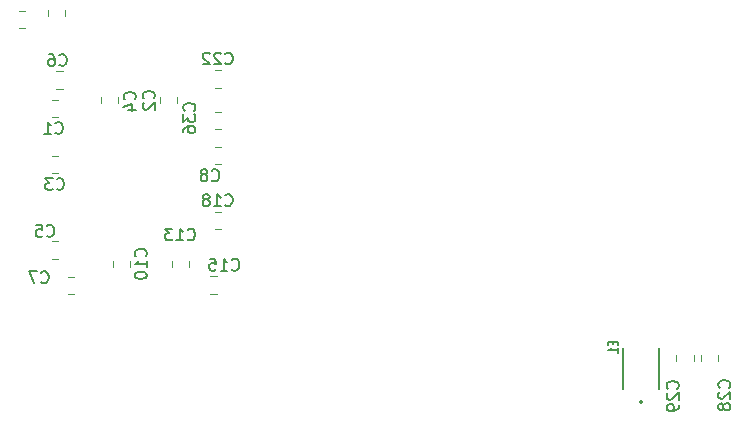
<source format=gbr>
%TF.GenerationSoftware,KiCad,Pcbnew,7.0.10*%
%TF.CreationDate,2024-03-07T22:41:58-05:00*%
%TF.ProjectId,Current,43757272-656e-4742-9e6b-696361645f70,rev?*%
%TF.SameCoordinates,Original*%
%TF.FileFunction,Legend,Bot*%
%TF.FilePolarity,Positive*%
%FSLAX46Y46*%
G04 Gerber Fmt 4.6, Leading zero omitted, Abs format (unit mm)*
G04 Created by KiCad (PCBNEW 7.0.10) date 2024-03-07 22:41:58*
%MOMM*%
%LPD*%
G01*
G04 APERTURE LIST*
%ADD10C,0.150000*%
%ADD11C,0.120000*%
%ADD12C,0.127000*%
%ADD13C,0.200000*%
G04 APERTURE END LIST*
D10*
X189899580Y-106287142D02*
X189947200Y-106239523D01*
X189947200Y-106239523D02*
X189994819Y-106096666D01*
X189994819Y-106096666D02*
X189994819Y-106001428D01*
X189994819Y-106001428D02*
X189947200Y-105858571D01*
X189947200Y-105858571D02*
X189851961Y-105763333D01*
X189851961Y-105763333D02*
X189756723Y-105715714D01*
X189756723Y-105715714D02*
X189566247Y-105668095D01*
X189566247Y-105668095D02*
X189423390Y-105668095D01*
X189423390Y-105668095D02*
X189232914Y-105715714D01*
X189232914Y-105715714D02*
X189137676Y-105763333D01*
X189137676Y-105763333D02*
X189042438Y-105858571D01*
X189042438Y-105858571D02*
X188994819Y-106001428D01*
X188994819Y-106001428D02*
X188994819Y-106096666D01*
X188994819Y-106096666D02*
X189042438Y-106239523D01*
X189042438Y-106239523D02*
X189090057Y-106287142D01*
X189090057Y-106668095D02*
X189042438Y-106715714D01*
X189042438Y-106715714D02*
X188994819Y-106810952D01*
X188994819Y-106810952D02*
X188994819Y-107049047D01*
X188994819Y-107049047D02*
X189042438Y-107144285D01*
X189042438Y-107144285D02*
X189090057Y-107191904D01*
X189090057Y-107191904D02*
X189185295Y-107239523D01*
X189185295Y-107239523D02*
X189280533Y-107239523D01*
X189280533Y-107239523D02*
X189423390Y-107191904D01*
X189423390Y-107191904D02*
X189994819Y-106620476D01*
X189994819Y-106620476D02*
X189994819Y-107239523D01*
X189423390Y-107810952D02*
X189375771Y-107715714D01*
X189375771Y-107715714D02*
X189328152Y-107668095D01*
X189328152Y-107668095D02*
X189232914Y-107620476D01*
X189232914Y-107620476D02*
X189185295Y-107620476D01*
X189185295Y-107620476D02*
X189090057Y-107668095D01*
X189090057Y-107668095D02*
X189042438Y-107715714D01*
X189042438Y-107715714D02*
X188994819Y-107810952D01*
X188994819Y-107810952D02*
X188994819Y-108001428D01*
X188994819Y-108001428D02*
X189042438Y-108096666D01*
X189042438Y-108096666D02*
X189090057Y-108144285D01*
X189090057Y-108144285D02*
X189185295Y-108191904D01*
X189185295Y-108191904D02*
X189232914Y-108191904D01*
X189232914Y-108191904D02*
X189328152Y-108144285D01*
X189328152Y-108144285D02*
X189375771Y-108096666D01*
X189375771Y-108096666D02*
X189423390Y-108001428D01*
X189423390Y-108001428D02*
X189423390Y-107810952D01*
X189423390Y-107810952D02*
X189471009Y-107715714D01*
X189471009Y-107715714D02*
X189518628Y-107668095D01*
X189518628Y-107668095D02*
X189613866Y-107620476D01*
X189613866Y-107620476D02*
X189804342Y-107620476D01*
X189804342Y-107620476D02*
X189899580Y-107668095D01*
X189899580Y-107668095D02*
X189947200Y-107715714D01*
X189947200Y-107715714D02*
X189994819Y-107810952D01*
X189994819Y-107810952D02*
X189994819Y-108001428D01*
X189994819Y-108001428D02*
X189947200Y-108096666D01*
X189947200Y-108096666D02*
X189899580Y-108144285D01*
X189899580Y-108144285D02*
X189804342Y-108191904D01*
X189804342Y-108191904D02*
X189613866Y-108191904D01*
X189613866Y-108191904D02*
X189518628Y-108144285D01*
X189518628Y-108144285D02*
X189471009Y-108096666D01*
X189471009Y-108096666D02*
X189423390Y-108001428D01*
X147792857Y-96279580D02*
X147840476Y-96327200D01*
X147840476Y-96327200D02*
X147983333Y-96374819D01*
X147983333Y-96374819D02*
X148078571Y-96374819D01*
X148078571Y-96374819D02*
X148221428Y-96327200D01*
X148221428Y-96327200D02*
X148316666Y-96231961D01*
X148316666Y-96231961D02*
X148364285Y-96136723D01*
X148364285Y-96136723D02*
X148411904Y-95946247D01*
X148411904Y-95946247D02*
X148411904Y-95803390D01*
X148411904Y-95803390D02*
X148364285Y-95612914D01*
X148364285Y-95612914D02*
X148316666Y-95517676D01*
X148316666Y-95517676D02*
X148221428Y-95422438D01*
X148221428Y-95422438D02*
X148078571Y-95374819D01*
X148078571Y-95374819D02*
X147983333Y-95374819D01*
X147983333Y-95374819D02*
X147840476Y-95422438D01*
X147840476Y-95422438D02*
X147792857Y-95470057D01*
X146840476Y-96374819D02*
X147411904Y-96374819D01*
X147126190Y-96374819D02*
X147126190Y-95374819D01*
X147126190Y-95374819D02*
X147221428Y-95517676D01*
X147221428Y-95517676D02*
X147316666Y-95612914D01*
X147316666Y-95612914D02*
X147411904Y-95660533D01*
X145935714Y-95374819D02*
X146411904Y-95374819D01*
X146411904Y-95374819D02*
X146459523Y-95851009D01*
X146459523Y-95851009D02*
X146411904Y-95803390D01*
X146411904Y-95803390D02*
X146316666Y-95755771D01*
X146316666Y-95755771D02*
X146078571Y-95755771D01*
X146078571Y-95755771D02*
X145983333Y-95803390D01*
X145983333Y-95803390D02*
X145935714Y-95851009D01*
X145935714Y-95851009D02*
X145888095Y-95946247D01*
X145888095Y-95946247D02*
X145888095Y-96184342D01*
X145888095Y-96184342D02*
X145935714Y-96279580D01*
X145935714Y-96279580D02*
X145983333Y-96327200D01*
X145983333Y-96327200D02*
X146078571Y-96374819D01*
X146078571Y-96374819D02*
X146316666Y-96374819D01*
X146316666Y-96374819D02*
X146411904Y-96327200D01*
X146411904Y-96327200D02*
X146459523Y-96279580D01*
X132866666Y-84709580D02*
X132914285Y-84757200D01*
X132914285Y-84757200D02*
X133057142Y-84804819D01*
X133057142Y-84804819D02*
X133152380Y-84804819D01*
X133152380Y-84804819D02*
X133295237Y-84757200D01*
X133295237Y-84757200D02*
X133390475Y-84661961D01*
X133390475Y-84661961D02*
X133438094Y-84566723D01*
X133438094Y-84566723D02*
X133485713Y-84376247D01*
X133485713Y-84376247D02*
X133485713Y-84233390D01*
X133485713Y-84233390D02*
X133438094Y-84042914D01*
X133438094Y-84042914D02*
X133390475Y-83947676D01*
X133390475Y-83947676D02*
X133295237Y-83852438D01*
X133295237Y-83852438D02*
X133152380Y-83804819D01*
X133152380Y-83804819D02*
X133057142Y-83804819D01*
X133057142Y-83804819D02*
X132914285Y-83852438D01*
X132914285Y-83852438D02*
X132866666Y-83900057D01*
X131914285Y-84804819D02*
X132485713Y-84804819D01*
X132199999Y-84804819D02*
X132199999Y-83804819D01*
X132199999Y-83804819D02*
X132295237Y-83947676D01*
X132295237Y-83947676D02*
X132390475Y-84042914D01*
X132390475Y-84042914D02*
X132485713Y-84090533D01*
X147242857Y-90829580D02*
X147290476Y-90877200D01*
X147290476Y-90877200D02*
X147433333Y-90924819D01*
X147433333Y-90924819D02*
X147528571Y-90924819D01*
X147528571Y-90924819D02*
X147671428Y-90877200D01*
X147671428Y-90877200D02*
X147766666Y-90781961D01*
X147766666Y-90781961D02*
X147814285Y-90686723D01*
X147814285Y-90686723D02*
X147861904Y-90496247D01*
X147861904Y-90496247D02*
X147861904Y-90353390D01*
X147861904Y-90353390D02*
X147814285Y-90162914D01*
X147814285Y-90162914D02*
X147766666Y-90067676D01*
X147766666Y-90067676D02*
X147671428Y-89972438D01*
X147671428Y-89972438D02*
X147528571Y-89924819D01*
X147528571Y-89924819D02*
X147433333Y-89924819D01*
X147433333Y-89924819D02*
X147290476Y-89972438D01*
X147290476Y-89972438D02*
X147242857Y-90020057D01*
X146290476Y-90924819D02*
X146861904Y-90924819D01*
X146576190Y-90924819D02*
X146576190Y-89924819D01*
X146576190Y-89924819D02*
X146671428Y-90067676D01*
X146671428Y-90067676D02*
X146766666Y-90162914D01*
X146766666Y-90162914D02*
X146861904Y-90210533D01*
X145719047Y-90353390D02*
X145814285Y-90305771D01*
X145814285Y-90305771D02*
X145861904Y-90258152D01*
X145861904Y-90258152D02*
X145909523Y-90162914D01*
X145909523Y-90162914D02*
X145909523Y-90115295D01*
X145909523Y-90115295D02*
X145861904Y-90020057D01*
X145861904Y-90020057D02*
X145814285Y-89972438D01*
X145814285Y-89972438D02*
X145719047Y-89924819D01*
X145719047Y-89924819D02*
X145528571Y-89924819D01*
X145528571Y-89924819D02*
X145433333Y-89972438D01*
X145433333Y-89972438D02*
X145385714Y-90020057D01*
X145385714Y-90020057D02*
X145338095Y-90115295D01*
X145338095Y-90115295D02*
X145338095Y-90162914D01*
X145338095Y-90162914D02*
X145385714Y-90258152D01*
X145385714Y-90258152D02*
X145433333Y-90305771D01*
X145433333Y-90305771D02*
X145528571Y-90353390D01*
X145528571Y-90353390D02*
X145719047Y-90353390D01*
X145719047Y-90353390D02*
X145814285Y-90401009D01*
X145814285Y-90401009D02*
X145861904Y-90448628D01*
X145861904Y-90448628D02*
X145909523Y-90543866D01*
X145909523Y-90543866D02*
X145909523Y-90734342D01*
X145909523Y-90734342D02*
X145861904Y-90829580D01*
X145861904Y-90829580D02*
X145814285Y-90877200D01*
X145814285Y-90877200D02*
X145719047Y-90924819D01*
X145719047Y-90924819D02*
X145528571Y-90924819D01*
X145528571Y-90924819D02*
X145433333Y-90877200D01*
X145433333Y-90877200D02*
X145385714Y-90829580D01*
X145385714Y-90829580D02*
X145338095Y-90734342D01*
X145338095Y-90734342D02*
X145338095Y-90543866D01*
X145338095Y-90543866D02*
X145385714Y-90448628D01*
X145385714Y-90448628D02*
X145433333Y-90401009D01*
X145433333Y-90401009D02*
X145528571Y-90353390D01*
X133196666Y-78959580D02*
X133244285Y-79007200D01*
X133244285Y-79007200D02*
X133387142Y-79054819D01*
X133387142Y-79054819D02*
X133482380Y-79054819D01*
X133482380Y-79054819D02*
X133625237Y-79007200D01*
X133625237Y-79007200D02*
X133720475Y-78911961D01*
X133720475Y-78911961D02*
X133768094Y-78816723D01*
X133768094Y-78816723D02*
X133815713Y-78626247D01*
X133815713Y-78626247D02*
X133815713Y-78483390D01*
X133815713Y-78483390D02*
X133768094Y-78292914D01*
X133768094Y-78292914D02*
X133720475Y-78197676D01*
X133720475Y-78197676D02*
X133625237Y-78102438D01*
X133625237Y-78102438D02*
X133482380Y-78054819D01*
X133482380Y-78054819D02*
X133387142Y-78054819D01*
X133387142Y-78054819D02*
X133244285Y-78102438D01*
X133244285Y-78102438D02*
X133196666Y-78150057D01*
X132339523Y-78054819D02*
X132529999Y-78054819D01*
X132529999Y-78054819D02*
X132625237Y-78102438D01*
X132625237Y-78102438D02*
X132672856Y-78150057D01*
X132672856Y-78150057D02*
X132768094Y-78292914D01*
X132768094Y-78292914D02*
X132815713Y-78483390D01*
X132815713Y-78483390D02*
X132815713Y-78864342D01*
X132815713Y-78864342D02*
X132768094Y-78959580D01*
X132768094Y-78959580D02*
X132720475Y-79007200D01*
X132720475Y-79007200D02*
X132625237Y-79054819D01*
X132625237Y-79054819D02*
X132434761Y-79054819D01*
X132434761Y-79054819D02*
X132339523Y-79007200D01*
X132339523Y-79007200D02*
X132291904Y-78959580D01*
X132291904Y-78959580D02*
X132244285Y-78864342D01*
X132244285Y-78864342D02*
X132244285Y-78626247D01*
X132244285Y-78626247D02*
X132291904Y-78531009D01*
X132291904Y-78531009D02*
X132339523Y-78483390D01*
X132339523Y-78483390D02*
X132434761Y-78435771D01*
X132434761Y-78435771D02*
X132625237Y-78435771D01*
X132625237Y-78435771D02*
X132720475Y-78483390D01*
X132720475Y-78483390D02*
X132768094Y-78531009D01*
X132768094Y-78531009D02*
X132815713Y-78626247D01*
X144052857Y-93729580D02*
X144100476Y-93777200D01*
X144100476Y-93777200D02*
X144243333Y-93824819D01*
X144243333Y-93824819D02*
X144338571Y-93824819D01*
X144338571Y-93824819D02*
X144481428Y-93777200D01*
X144481428Y-93777200D02*
X144576666Y-93681961D01*
X144576666Y-93681961D02*
X144624285Y-93586723D01*
X144624285Y-93586723D02*
X144671904Y-93396247D01*
X144671904Y-93396247D02*
X144671904Y-93253390D01*
X144671904Y-93253390D02*
X144624285Y-93062914D01*
X144624285Y-93062914D02*
X144576666Y-92967676D01*
X144576666Y-92967676D02*
X144481428Y-92872438D01*
X144481428Y-92872438D02*
X144338571Y-92824819D01*
X144338571Y-92824819D02*
X144243333Y-92824819D01*
X144243333Y-92824819D02*
X144100476Y-92872438D01*
X144100476Y-92872438D02*
X144052857Y-92920057D01*
X143100476Y-93824819D02*
X143671904Y-93824819D01*
X143386190Y-93824819D02*
X143386190Y-92824819D01*
X143386190Y-92824819D02*
X143481428Y-92967676D01*
X143481428Y-92967676D02*
X143576666Y-93062914D01*
X143576666Y-93062914D02*
X143671904Y-93110533D01*
X142767142Y-92824819D02*
X142148095Y-92824819D01*
X142148095Y-92824819D02*
X142481428Y-93205771D01*
X142481428Y-93205771D02*
X142338571Y-93205771D01*
X142338571Y-93205771D02*
X142243333Y-93253390D01*
X142243333Y-93253390D02*
X142195714Y-93301009D01*
X142195714Y-93301009D02*
X142148095Y-93396247D01*
X142148095Y-93396247D02*
X142148095Y-93634342D01*
X142148095Y-93634342D02*
X142195714Y-93729580D01*
X142195714Y-93729580D02*
X142243333Y-93777200D01*
X142243333Y-93777200D02*
X142338571Y-93824819D01*
X142338571Y-93824819D02*
X142624285Y-93824819D01*
X142624285Y-93824819D02*
X142719523Y-93777200D01*
X142719523Y-93777200D02*
X142767142Y-93729580D01*
X132126666Y-93409580D02*
X132174285Y-93457200D01*
X132174285Y-93457200D02*
X132317142Y-93504819D01*
X132317142Y-93504819D02*
X132412380Y-93504819D01*
X132412380Y-93504819D02*
X132555237Y-93457200D01*
X132555237Y-93457200D02*
X132650475Y-93361961D01*
X132650475Y-93361961D02*
X132698094Y-93266723D01*
X132698094Y-93266723D02*
X132745713Y-93076247D01*
X132745713Y-93076247D02*
X132745713Y-92933390D01*
X132745713Y-92933390D02*
X132698094Y-92742914D01*
X132698094Y-92742914D02*
X132650475Y-92647676D01*
X132650475Y-92647676D02*
X132555237Y-92552438D01*
X132555237Y-92552438D02*
X132412380Y-92504819D01*
X132412380Y-92504819D02*
X132317142Y-92504819D01*
X132317142Y-92504819D02*
X132174285Y-92552438D01*
X132174285Y-92552438D02*
X132126666Y-92600057D01*
X131221904Y-92504819D02*
X131698094Y-92504819D01*
X131698094Y-92504819D02*
X131745713Y-92981009D01*
X131745713Y-92981009D02*
X131698094Y-92933390D01*
X131698094Y-92933390D02*
X131602856Y-92885771D01*
X131602856Y-92885771D02*
X131364761Y-92885771D01*
X131364761Y-92885771D02*
X131269523Y-92933390D01*
X131269523Y-92933390D02*
X131221904Y-92981009D01*
X131221904Y-92981009D02*
X131174285Y-93076247D01*
X131174285Y-93076247D02*
X131174285Y-93314342D01*
X131174285Y-93314342D02*
X131221904Y-93409580D01*
X131221904Y-93409580D02*
X131269523Y-93457200D01*
X131269523Y-93457200D02*
X131364761Y-93504819D01*
X131364761Y-93504819D02*
X131602856Y-93504819D01*
X131602856Y-93504819D02*
X131698094Y-93457200D01*
X131698094Y-93457200D02*
X131745713Y-93409580D01*
X185519580Y-106367142D02*
X185567200Y-106319523D01*
X185567200Y-106319523D02*
X185614819Y-106176666D01*
X185614819Y-106176666D02*
X185614819Y-106081428D01*
X185614819Y-106081428D02*
X185567200Y-105938571D01*
X185567200Y-105938571D02*
X185471961Y-105843333D01*
X185471961Y-105843333D02*
X185376723Y-105795714D01*
X185376723Y-105795714D02*
X185186247Y-105748095D01*
X185186247Y-105748095D02*
X185043390Y-105748095D01*
X185043390Y-105748095D02*
X184852914Y-105795714D01*
X184852914Y-105795714D02*
X184757676Y-105843333D01*
X184757676Y-105843333D02*
X184662438Y-105938571D01*
X184662438Y-105938571D02*
X184614819Y-106081428D01*
X184614819Y-106081428D02*
X184614819Y-106176666D01*
X184614819Y-106176666D02*
X184662438Y-106319523D01*
X184662438Y-106319523D02*
X184710057Y-106367142D01*
X184710057Y-106748095D02*
X184662438Y-106795714D01*
X184662438Y-106795714D02*
X184614819Y-106890952D01*
X184614819Y-106890952D02*
X184614819Y-107129047D01*
X184614819Y-107129047D02*
X184662438Y-107224285D01*
X184662438Y-107224285D02*
X184710057Y-107271904D01*
X184710057Y-107271904D02*
X184805295Y-107319523D01*
X184805295Y-107319523D02*
X184900533Y-107319523D01*
X184900533Y-107319523D02*
X185043390Y-107271904D01*
X185043390Y-107271904D02*
X185614819Y-106700476D01*
X185614819Y-106700476D02*
X185614819Y-107319523D01*
X185614819Y-107795714D02*
X185614819Y-107986190D01*
X185614819Y-107986190D02*
X185567200Y-108081428D01*
X185567200Y-108081428D02*
X185519580Y-108129047D01*
X185519580Y-108129047D02*
X185376723Y-108224285D01*
X185376723Y-108224285D02*
X185186247Y-108271904D01*
X185186247Y-108271904D02*
X184805295Y-108271904D01*
X184805295Y-108271904D02*
X184710057Y-108224285D01*
X184710057Y-108224285D02*
X184662438Y-108176666D01*
X184662438Y-108176666D02*
X184614819Y-108081428D01*
X184614819Y-108081428D02*
X184614819Y-107890952D01*
X184614819Y-107890952D02*
X184662438Y-107795714D01*
X184662438Y-107795714D02*
X184710057Y-107748095D01*
X184710057Y-107748095D02*
X184805295Y-107700476D01*
X184805295Y-107700476D02*
X185043390Y-107700476D01*
X185043390Y-107700476D02*
X185138628Y-107748095D01*
X185138628Y-107748095D02*
X185186247Y-107795714D01*
X185186247Y-107795714D02*
X185233866Y-107890952D01*
X185233866Y-107890952D02*
X185233866Y-108081428D01*
X185233866Y-108081428D02*
X185186247Y-108176666D01*
X185186247Y-108176666D02*
X185138628Y-108224285D01*
X185138628Y-108224285D02*
X185043390Y-108271904D01*
X132966666Y-89459580D02*
X133014285Y-89507200D01*
X133014285Y-89507200D02*
X133157142Y-89554819D01*
X133157142Y-89554819D02*
X133252380Y-89554819D01*
X133252380Y-89554819D02*
X133395237Y-89507200D01*
X133395237Y-89507200D02*
X133490475Y-89411961D01*
X133490475Y-89411961D02*
X133538094Y-89316723D01*
X133538094Y-89316723D02*
X133585713Y-89126247D01*
X133585713Y-89126247D02*
X133585713Y-88983390D01*
X133585713Y-88983390D02*
X133538094Y-88792914D01*
X133538094Y-88792914D02*
X133490475Y-88697676D01*
X133490475Y-88697676D02*
X133395237Y-88602438D01*
X133395237Y-88602438D02*
X133252380Y-88554819D01*
X133252380Y-88554819D02*
X133157142Y-88554819D01*
X133157142Y-88554819D02*
X133014285Y-88602438D01*
X133014285Y-88602438D02*
X132966666Y-88650057D01*
X132633332Y-88554819D02*
X132014285Y-88554819D01*
X132014285Y-88554819D02*
X132347618Y-88935771D01*
X132347618Y-88935771D02*
X132204761Y-88935771D01*
X132204761Y-88935771D02*
X132109523Y-88983390D01*
X132109523Y-88983390D02*
X132061904Y-89031009D01*
X132061904Y-89031009D02*
X132014285Y-89126247D01*
X132014285Y-89126247D02*
X132014285Y-89364342D01*
X132014285Y-89364342D02*
X132061904Y-89459580D01*
X132061904Y-89459580D02*
X132109523Y-89507200D01*
X132109523Y-89507200D02*
X132204761Y-89554819D01*
X132204761Y-89554819D02*
X132490475Y-89554819D01*
X132490475Y-89554819D02*
X132585713Y-89507200D01*
X132585713Y-89507200D02*
X132633332Y-89459580D01*
X146096666Y-88719580D02*
X146144285Y-88767200D01*
X146144285Y-88767200D02*
X146287142Y-88814819D01*
X146287142Y-88814819D02*
X146382380Y-88814819D01*
X146382380Y-88814819D02*
X146525237Y-88767200D01*
X146525237Y-88767200D02*
X146620475Y-88671961D01*
X146620475Y-88671961D02*
X146668094Y-88576723D01*
X146668094Y-88576723D02*
X146715713Y-88386247D01*
X146715713Y-88386247D02*
X146715713Y-88243390D01*
X146715713Y-88243390D02*
X146668094Y-88052914D01*
X146668094Y-88052914D02*
X146620475Y-87957676D01*
X146620475Y-87957676D02*
X146525237Y-87862438D01*
X146525237Y-87862438D02*
X146382380Y-87814819D01*
X146382380Y-87814819D02*
X146287142Y-87814819D01*
X146287142Y-87814819D02*
X146144285Y-87862438D01*
X146144285Y-87862438D02*
X146096666Y-87910057D01*
X145525237Y-88243390D02*
X145620475Y-88195771D01*
X145620475Y-88195771D02*
X145668094Y-88148152D01*
X145668094Y-88148152D02*
X145715713Y-88052914D01*
X145715713Y-88052914D02*
X145715713Y-88005295D01*
X145715713Y-88005295D02*
X145668094Y-87910057D01*
X145668094Y-87910057D02*
X145620475Y-87862438D01*
X145620475Y-87862438D02*
X145525237Y-87814819D01*
X145525237Y-87814819D02*
X145334761Y-87814819D01*
X145334761Y-87814819D02*
X145239523Y-87862438D01*
X145239523Y-87862438D02*
X145191904Y-87910057D01*
X145191904Y-87910057D02*
X145144285Y-88005295D01*
X145144285Y-88005295D02*
X145144285Y-88052914D01*
X145144285Y-88052914D02*
X145191904Y-88148152D01*
X145191904Y-88148152D02*
X145239523Y-88195771D01*
X145239523Y-88195771D02*
X145334761Y-88243390D01*
X145334761Y-88243390D02*
X145525237Y-88243390D01*
X145525237Y-88243390D02*
X145620475Y-88291009D01*
X145620475Y-88291009D02*
X145668094Y-88338628D01*
X145668094Y-88338628D02*
X145715713Y-88433866D01*
X145715713Y-88433866D02*
X145715713Y-88624342D01*
X145715713Y-88624342D02*
X145668094Y-88719580D01*
X145668094Y-88719580D02*
X145620475Y-88767200D01*
X145620475Y-88767200D02*
X145525237Y-88814819D01*
X145525237Y-88814819D02*
X145334761Y-88814819D01*
X145334761Y-88814819D02*
X145239523Y-88767200D01*
X145239523Y-88767200D02*
X145191904Y-88719580D01*
X145191904Y-88719580D02*
X145144285Y-88624342D01*
X145144285Y-88624342D02*
X145144285Y-88433866D01*
X145144285Y-88433866D02*
X145191904Y-88338628D01*
X145191904Y-88338628D02*
X145239523Y-88291009D01*
X145239523Y-88291009D02*
X145334761Y-88243390D01*
X131656666Y-97359580D02*
X131704285Y-97407200D01*
X131704285Y-97407200D02*
X131847142Y-97454819D01*
X131847142Y-97454819D02*
X131942380Y-97454819D01*
X131942380Y-97454819D02*
X132085237Y-97407200D01*
X132085237Y-97407200D02*
X132180475Y-97311961D01*
X132180475Y-97311961D02*
X132228094Y-97216723D01*
X132228094Y-97216723D02*
X132275713Y-97026247D01*
X132275713Y-97026247D02*
X132275713Y-96883390D01*
X132275713Y-96883390D02*
X132228094Y-96692914D01*
X132228094Y-96692914D02*
X132180475Y-96597676D01*
X132180475Y-96597676D02*
X132085237Y-96502438D01*
X132085237Y-96502438D02*
X131942380Y-96454819D01*
X131942380Y-96454819D02*
X131847142Y-96454819D01*
X131847142Y-96454819D02*
X131704285Y-96502438D01*
X131704285Y-96502438D02*
X131656666Y-96550057D01*
X131323332Y-96454819D02*
X130656666Y-96454819D01*
X130656666Y-96454819D02*
X131085237Y-97454819D01*
X139559580Y-81893333D02*
X139607200Y-81845714D01*
X139607200Y-81845714D02*
X139654819Y-81702857D01*
X139654819Y-81702857D02*
X139654819Y-81607619D01*
X139654819Y-81607619D02*
X139607200Y-81464762D01*
X139607200Y-81464762D02*
X139511961Y-81369524D01*
X139511961Y-81369524D02*
X139416723Y-81321905D01*
X139416723Y-81321905D02*
X139226247Y-81274286D01*
X139226247Y-81274286D02*
X139083390Y-81274286D01*
X139083390Y-81274286D02*
X138892914Y-81321905D01*
X138892914Y-81321905D02*
X138797676Y-81369524D01*
X138797676Y-81369524D02*
X138702438Y-81464762D01*
X138702438Y-81464762D02*
X138654819Y-81607619D01*
X138654819Y-81607619D02*
X138654819Y-81702857D01*
X138654819Y-81702857D02*
X138702438Y-81845714D01*
X138702438Y-81845714D02*
X138750057Y-81893333D01*
X138988152Y-82750476D02*
X139654819Y-82750476D01*
X138607200Y-82512381D02*
X139321485Y-82274286D01*
X139321485Y-82274286D02*
X139321485Y-82893333D01*
X140489580Y-95157142D02*
X140537200Y-95109523D01*
X140537200Y-95109523D02*
X140584819Y-94966666D01*
X140584819Y-94966666D02*
X140584819Y-94871428D01*
X140584819Y-94871428D02*
X140537200Y-94728571D01*
X140537200Y-94728571D02*
X140441961Y-94633333D01*
X140441961Y-94633333D02*
X140346723Y-94585714D01*
X140346723Y-94585714D02*
X140156247Y-94538095D01*
X140156247Y-94538095D02*
X140013390Y-94538095D01*
X140013390Y-94538095D02*
X139822914Y-94585714D01*
X139822914Y-94585714D02*
X139727676Y-94633333D01*
X139727676Y-94633333D02*
X139632438Y-94728571D01*
X139632438Y-94728571D02*
X139584819Y-94871428D01*
X139584819Y-94871428D02*
X139584819Y-94966666D01*
X139584819Y-94966666D02*
X139632438Y-95109523D01*
X139632438Y-95109523D02*
X139680057Y-95157142D01*
X140584819Y-96109523D02*
X140584819Y-95538095D01*
X140584819Y-95823809D02*
X139584819Y-95823809D01*
X139584819Y-95823809D02*
X139727676Y-95728571D01*
X139727676Y-95728571D02*
X139822914Y-95633333D01*
X139822914Y-95633333D02*
X139870533Y-95538095D01*
X139584819Y-96728571D02*
X139584819Y-96823809D01*
X139584819Y-96823809D02*
X139632438Y-96919047D01*
X139632438Y-96919047D02*
X139680057Y-96966666D01*
X139680057Y-96966666D02*
X139775295Y-97014285D01*
X139775295Y-97014285D02*
X139965771Y-97061904D01*
X139965771Y-97061904D02*
X140203866Y-97061904D01*
X140203866Y-97061904D02*
X140394342Y-97014285D01*
X140394342Y-97014285D02*
X140489580Y-96966666D01*
X140489580Y-96966666D02*
X140537200Y-96919047D01*
X140537200Y-96919047D02*
X140584819Y-96823809D01*
X140584819Y-96823809D02*
X140584819Y-96728571D01*
X140584819Y-96728571D02*
X140537200Y-96633333D01*
X140537200Y-96633333D02*
X140489580Y-96585714D01*
X140489580Y-96585714D02*
X140394342Y-96538095D01*
X140394342Y-96538095D02*
X140203866Y-96490476D01*
X140203866Y-96490476D02*
X139965771Y-96490476D01*
X139965771Y-96490476D02*
X139775295Y-96538095D01*
X139775295Y-96538095D02*
X139680057Y-96585714D01*
X139680057Y-96585714D02*
X139632438Y-96633333D01*
X139632438Y-96633333D02*
X139584819Y-96728571D01*
X144599580Y-82827142D02*
X144647200Y-82779523D01*
X144647200Y-82779523D02*
X144694819Y-82636666D01*
X144694819Y-82636666D02*
X144694819Y-82541428D01*
X144694819Y-82541428D02*
X144647200Y-82398571D01*
X144647200Y-82398571D02*
X144551961Y-82303333D01*
X144551961Y-82303333D02*
X144456723Y-82255714D01*
X144456723Y-82255714D02*
X144266247Y-82208095D01*
X144266247Y-82208095D02*
X144123390Y-82208095D01*
X144123390Y-82208095D02*
X143932914Y-82255714D01*
X143932914Y-82255714D02*
X143837676Y-82303333D01*
X143837676Y-82303333D02*
X143742438Y-82398571D01*
X143742438Y-82398571D02*
X143694819Y-82541428D01*
X143694819Y-82541428D02*
X143694819Y-82636666D01*
X143694819Y-82636666D02*
X143742438Y-82779523D01*
X143742438Y-82779523D02*
X143790057Y-82827142D01*
X143694819Y-83160476D02*
X143694819Y-83779523D01*
X143694819Y-83779523D02*
X144075771Y-83446190D01*
X144075771Y-83446190D02*
X144075771Y-83589047D01*
X144075771Y-83589047D02*
X144123390Y-83684285D01*
X144123390Y-83684285D02*
X144171009Y-83731904D01*
X144171009Y-83731904D02*
X144266247Y-83779523D01*
X144266247Y-83779523D02*
X144504342Y-83779523D01*
X144504342Y-83779523D02*
X144599580Y-83731904D01*
X144599580Y-83731904D02*
X144647200Y-83684285D01*
X144647200Y-83684285D02*
X144694819Y-83589047D01*
X144694819Y-83589047D02*
X144694819Y-83303333D01*
X144694819Y-83303333D02*
X144647200Y-83208095D01*
X144647200Y-83208095D02*
X144599580Y-83160476D01*
X143694819Y-84636666D02*
X143694819Y-84446190D01*
X143694819Y-84446190D02*
X143742438Y-84350952D01*
X143742438Y-84350952D02*
X143790057Y-84303333D01*
X143790057Y-84303333D02*
X143932914Y-84208095D01*
X143932914Y-84208095D02*
X144123390Y-84160476D01*
X144123390Y-84160476D02*
X144504342Y-84160476D01*
X144504342Y-84160476D02*
X144599580Y-84208095D01*
X144599580Y-84208095D02*
X144647200Y-84255714D01*
X144647200Y-84255714D02*
X144694819Y-84350952D01*
X144694819Y-84350952D02*
X144694819Y-84541428D01*
X144694819Y-84541428D02*
X144647200Y-84636666D01*
X144647200Y-84636666D02*
X144599580Y-84684285D01*
X144599580Y-84684285D02*
X144504342Y-84731904D01*
X144504342Y-84731904D02*
X144266247Y-84731904D01*
X144266247Y-84731904D02*
X144171009Y-84684285D01*
X144171009Y-84684285D02*
X144123390Y-84636666D01*
X144123390Y-84636666D02*
X144075771Y-84541428D01*
X144075771Y-84541428D02*
X144075771Y-84350952D01*
X144075771Y-84350952D02*
X144123390Y-84255714D01*
X144123390Y-84255714D02*
X144171009Y-84208095D01*
X144171009Y-84208095D02*
X144266247Y-84160476D01*
X180063247Y-102408094D02*
X180063247Y-102621428D01*
X180482295Y-102712856D02*
X180482295Y-102408094D01*
X180482295Y-102408094D02*
X179682295Y-102408094D01*
X179682295Y-102408094D02*
X179682295Y-102712856D01*
X180482295Y-103322381D02*
X180482295Y-102956666D01*
X180482295Y-103139523D02*
X179682295Y-103139523D01*
X179682295Y-103139523D02*
X179796580Y-103078571D01*
X179796580Y-103078571D02*
X179872771Y-103017619D01*
X179872771Y-103017619D02*
X179910866Y-102956666D01*
X141169580Y-81793333D02*
X141217200Y-81745714D01*
X141217200Y-81745714D02*
X141264819Y-81602857D01*
X141264819Y-81602857D02*
X141264819Y-81507619D01*
X141264819Y-81507619D02*
X141217200Y-81364762D01*
X141217200Y-81364762D02*
X141121961Y-81269524D01*
X141121961Y-81269524D02*
X141026723Y-81221905D01*
X141026723Y-81221905D02*
X140836247Y-81174286D01*
X140836247Y-81174286D02*
X140693390Y-81174286D01*
X140693390Y-81174286D02*
X140502914Y-81221905D01*
X140502914Y-81221905D02*
X140407676Y-81269524D01*
X140407676Y-81269524D02*
X140312438Y-81364762D01*
X140312438Y-81364762D02*
X140264819Y-81507619D01*
X140264819Y-81507619D02*
X140264819Y-81602857D01*
X140264819Y-81602857D02*
X140312438Y-81745714D01*
X140312438Y-81745714D02*
X140360057Y-81793333D01*
X140360057Y-82174286D02*
X140312438Y-82221905D01*
X140312438Y-82221905D02*
X140264819Y-82317143D01*
X140264819Y-82317143D02*
X140264819Y-82555238D01*
X140264819Y-82555238D02*
X140312438Y-82650476D01*
X140312438Y-82650476D02*
X140360057Y-82698095D01*
X140360057Y-82698095D02*
X140455295Y-82745714D01*
X140455295Y-82745714D02*
X140550533Y-82745714D01*
X140550533Y-82745714D02*
X140693390Y-82698095D01*
X140693390Y-82698095D02*
X141264819Y-82126667D01*
X141264819Y-82126667D02*
X141264819Y-82745714D01*
X147242857Y-78829580D02*
X147290476Y-78877200D01*
X147290476Y-78877200D02*
X147433333Y-78924819D01*
X147433333Y-78924819D02*
X147528571Y-78924819D01*
X147528571Y-78924819D02*
X147671428Y-78877200D01*
X147671428Y-78877200D02*
X147766666Y-78781961D01*
X147766666Y-78781961D02*
X147814285Y-78686723D01*
X147814285Y-78686723D02*
X147861904Y-78496247D01*
X147861904Y-78496247D02*
X147861904Y-78353390D01*
X147861904Y-78353390D02*
X147814285Y-78162914D01*
X147814285Y-78162914D02*
X147766666Y-78067676D01*
X147766666Y-78067676D02*
X147671428Y-77972438D01*
X147671428Y-77972438D02*
X147528571Y-77924819D01*
X147528571Y-77924819D02*
X147433333Y-77924819D01*
X147433333Y-77924819D02*
X147290476Y-77972438D01*
X147290476Y-77972438D02*
X147242857Y-78020057D01*
X146861904Y-78020057D02*
X146814285Y-77972438D01*
X146814285Y-77972438D02*
X146719047Y-77924819D01*
X146719047Y-77924819D02*
X146480952Y-77924819D01*
X146480952Y-77924819D02*
X146385714Y-77972438D01*
X146385714Y-77972438D02*
X146338095Y-78020057D01*
X146338095Y-78020057D02*
X146290476Y-78115295D01*
X146290476Y-78115295D02*
X146290476Y-78210533D01*
X146290476Y-78210533D02*
X146338095Y-78353390D01*
X146338095Y-78353390D02*
X146909523Y-78924819D01*
X146909523Y-78924819D02*
X146290476Y-78924819D01*
X145909523Y-78020057D02*
X145861904Y-77972438D01*
X145861904Y-77972438D02*
X145766666Y-77924819D01*
X145766666Y-77924819D02*
X145528571Y-77924819D01*
X145528571Y-77924819D02*
X145433333Y-77972438D01*
X145433333Y-77972438D02*
X145385714Y-78020057D01*
X145385714Y-78020057D02*
X145338095Y-78115295D01*
X145338095Y-78115295D02*
X145338095Y-78210533D01*
X145338095Y-78210533D02*
X145385714Y-78353390D01*
X145385714Y-78353390D02*
X145957142Y-78924819D01*
X145957142Y-78924819D02*
X145338095Y-78924819D01*
D11*
%TO.C,C28*%
X187485000Y-104011252D02*
X187485000Y-103488748D01*
X188955000Y-104011252D02*
X188955000Y-103488748D01*
%TO.C,C15*%
X146511252Y-98335000D02*
X145988748Y-98335000D01*
X146511252Y-96865000D02*
X145988748Y-96865000D01*
%TO.C,C1*%
X132538748Y-81915000D02*
X133061252Y-81915000D01*
X132538748Y-83385000D02*
X133061252Y-83385000D01*
%TO.C,C18*%
X146861252Y-92885000D02*
X146338748Y-92885000D01*
X146861252Y-91415000D02*
X146338748Y-91415000D01*
%TO.C,C6*%
X132938748Y-79515000D02*
X133461252Y-79515000D01*
X132938748Y-80985000D02*
X133461252Y-80985000D01*
%TO.C,C13*%
X142715000Y-96061252D02*
X142715000Y-95538748D01*
X144185000Y-96061252D02*
X144185000Y-95538748D01*
%TO.C,C5*%
X132538748Y-93915000D02*
X133061252Y-93915000D01*
X132538748Y-95385000D02*
X133061252Y-95385000D01*
%TO.C,C29*%
X185425000Y-104021252D02*
X185425000Y-103498748D01*
X186895000Y-104021252D02*
X186895000Y-103498748D01*
%TO.C,C3*%
X132538748Y-86685000D02*
X133061252Y-86685000D01*
X132538748Y-88155000D02*
X133061252Y-88155000D01*
%TO.C,C8*%
X146861252Y-87385000D02*
X146338748Y-87385000D01*
X146861252Y-85915000D02*
X146338748Y-85915000D01*
%TO.C,C7*%
X133938748Y-96915000D02*
X134461252Y-96915000D01*
X133938748Y-98385000D02*
X134461252Y-98385000D01*
%TO.C,C4*%
X138185000Y-81688748D02*
X138185000Y-82211252D01*
X136715000Y-81688748D02*
X136715000Y-82211252D01*
%TO.C,C10*%
X137715000Y-96061252D02*
X137715000Y-95538748D01*
X139185000Y-96061252D02*
X139185000Y-95538748D01*
%TO.C,R1*%
X132215000Y-74807064D02*
X132215000Y-74352936D01*
X133685000Y-74807064D02*
X133685000Y-74352936D01*
%TO.C,C38*%
X130261252Y-75835000D02*
X129738748Y-75835000D01*
X130261252Y-74365000D02*
X129738748Y-74365000D01*
%TO.C,C36*%
X146338748Y-82915000D02*
X146861252Y-82915000D01*
X146338748Y-84385000D02*
X146861252Y-84385000D01*
D12*
%TO.C,E1*%
X180930000Y-106400000D02*
X180930000Y-102900000D01*
X183930000Y-106400000D02*
X183930000Y-102900000D01*
D13*
X182530000Y-107507500D02*
G75*
G03*
X182330000Y-107507500I-100000J0D01*
G01*
X182330000Y-107507500D02*
G75*
G03*
X182530000Y-107507500I100000J0D01*
G01*
D11*
%TO.C,C2*%
X143185000Y-81688748D02*
X143185000Y-82211252D01*
X141715000Y-81688748D02*
X141715000Y-82211252D01*
%TO.C,C22*%
X146861252Y-80885000D02*
X146338748Y-80885000D01*
X146861252Y-79415000D02*
X146338748Y-79415000D01*
%TD*%
M02*

</source>
